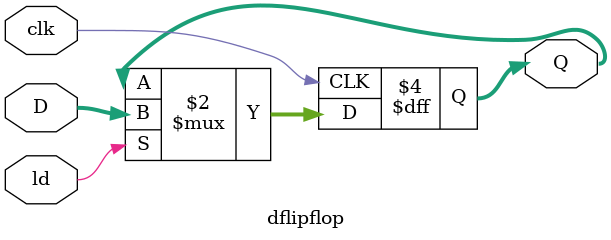
<source format=v>
module dflipflop(output reg [31:0] Q, input [31:0] D, input clk, ld);
    always @(posedge clk)
        if(ld)
            Q <= D;
endmodule

</source>
